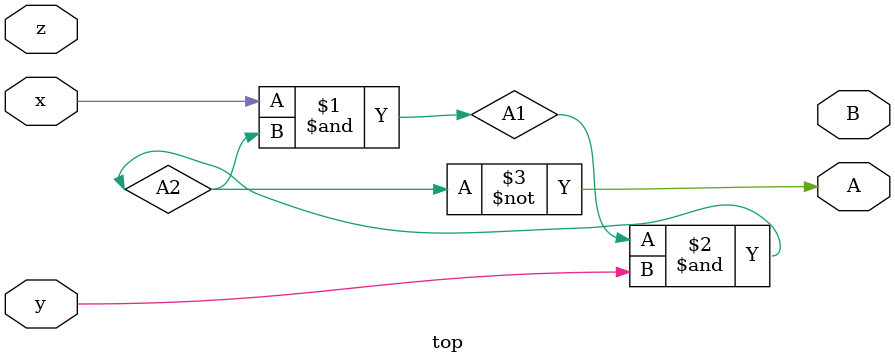
<source format=v>
module top
(
 input x,
 input y,
 input z,

 output A,
 output B
 );

 wire A1,B1,A2,B2;

 assign A1 = x & A2;
 assign A2 = A1 & y;
 assign A = ~A2;

endmodule

</source>
